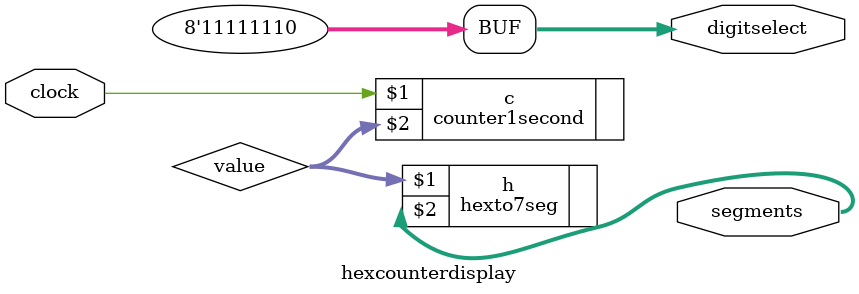
<source format=sv>
`timescale 1ns / 1ps


module hexcounterdisplay(
   input wire clock,
   output logic [7:0] digitselect = ~(8'b0000_0001),
   output logic [7:0] segments
   
    );
    wire [3:0] value;
    
    counter1second c(clock, value);
    hexto7seg h(value,segments);
    
endmodule


</source>
